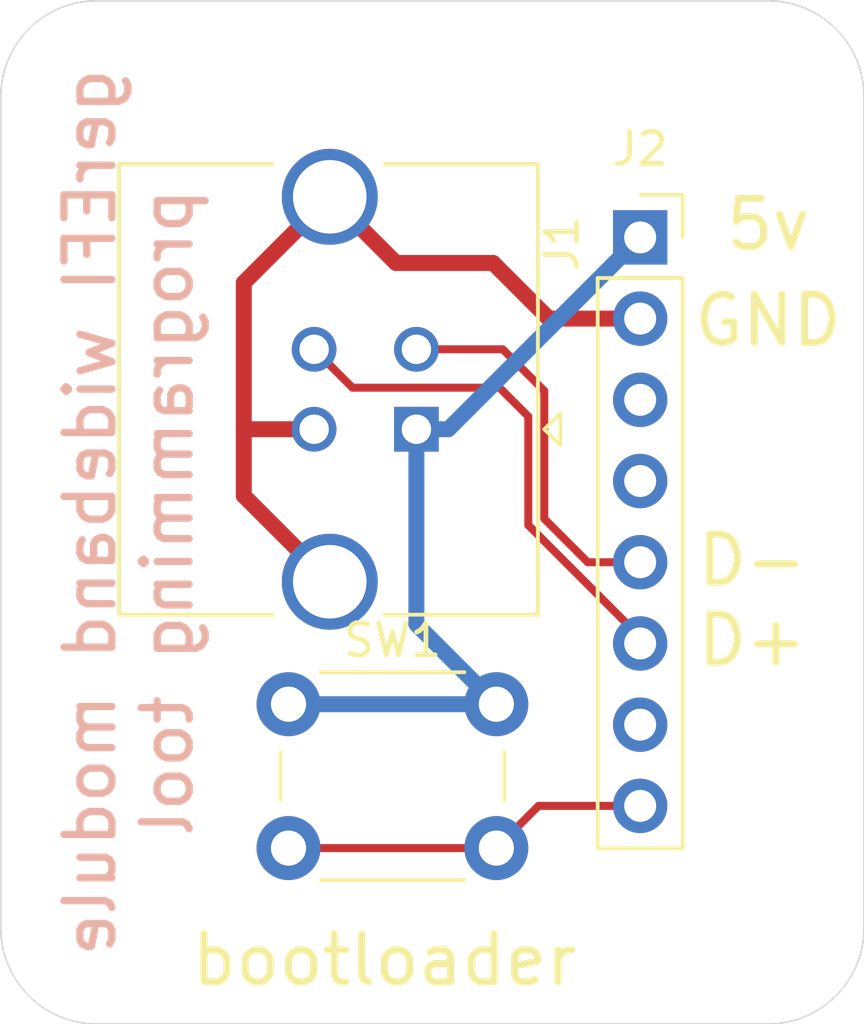
<source format=kicad_pcb>
(kicad_pcb (version 20171130) (host pcbnew "(5.1.5-0-10_14)")

  (general
    (thickness 1.6)
    (drawings 14)
    (tracks 28)
    (zones 0)
    (modules 3)
    (nets 9)
  )

  (page A4)
  (layers
    (0 F.Cu signal)
    (31 B.Cu signal)
    (32 B.Adhes user hide)
    (33 F.Adhes user hide)
    (34 B.Paste user hide)
    (35 F.Paste user hide)
    (36 B.SilkS user)
    (37 F.SilkS user)
    (38 B.Mask user hide)
    (39 F.Mask user hide)
    (40 Dwgs.User user hide)
    (41 Cmts.User user hide)
    (42 Eco1.User user hide)
    (43 Eco2.User user hide)
    (44 Edge.Cuts user)
    (45 Margin user)
    (46 B.CrtYd user)
    (47 F.CrtYd user)
    (48 B.Fab user hide)
    (49 F.Fab user hide)
  )

  (setup
    (last_trace_width 0.25)
    (user_trace_width 0.25)
    (user_trace_width 0.5)
    (user_trace_width 1)
    (trace_clearance 0.2)
    (zone_clearance 0.508)
    (zone_45_only no)
    (trace_min 0.2)
    (via_size 0.8)
    (via_drill 0.4)
    (via_min_size 0.4)
    (via_min_drill 0.3)
    (uvia_size 0.3)
    (uvia_drill 0.1)
    (uvias_allowed no)
    (uvia_min_size 0.2)
    (uvia_min_drill 0.1)
    (edge_width 0.05)
    (segment_width 0.2)
    (pcb_text_width 0.3)
    (pcb_text_size 1.5 1.5)
    (mod_edge_width 0.12)
    (mod_text_size 1 1)
    (mod_text_width 0.15)
    (pad_size 1.524 1.524)
    (pad_drill 0.762)
    (pad_to_mask_clearance 0.051)
    (solder_mask_min_width 0.25)
    (aux_axis_origin 0 0)
    (visible_elements FFFFFF7F)
    (pcbplotparams
      (layerselection 0x010fc_ffffffff)
      (usegerberextensions false)
      (usegerberattributes false)
      (usegerberadvancedattributes false)
      (creategerberjobfile false)
      (excludeedgelayer true)
      (linewidth 0.100000)
      (plotframeref false)
      (viasonmask false)
      (mode 1)
      (useauxorigin false)
      (hpglpennumber 1)
      (hpglpenspeed 20)
      (hpglpendiameter 15.000000)
      (psnegative false)
      (psa4output false)
      (plotreference true)
      (plotvalue true)
      (plotinvisibletext false)
      (padsonsilk false)
      (subtractmaskfromsilk false)
      (outputformat 1)
      (mirror false)
      (drillshape 0)
      (scaleselection 1)
      (outputdirectory "export/"))
  )

  (net 0 "")
  (net 1 "Net-(J1-Pad2)")
  (net 2 GND)
  (net 3 "Net-(J1-Pad1)")
  (net 4 "Net-(J1-Pad3)")
  (net 5 "Net-(J2-Pad8)")
  (net 6 "Net-(J2-Pad7)")
  (net 7 "Net-(J2-Pad4)")
  (net 8 "Net-(J2-Pad3)")

  (net_class Default "This is the default net class."
    (clearance 0.2)
    (trace_width 0.25)
    (via_dia 0.8)
    (via_drill 0.4)
    (uvia_dia 0.3)
    (uvia_drill 0.1)
    (add_net GND)
    (add_net "Net-(J1-Pad1)")
    (add_net "Net-(J1-Pad2)")
    (add_net "Net-(J1-Pad3)")
    (add_net "Net-(J2-Pad3)")
    (add_net "Net-(J2-Pad4)")
    (add_net "Net-(J2-Pad7)")
    (add_net "Net-(J2-Pad8)")
  )

  (module Button_Switch_THT:SW_PUSH_6mm (layer F.Cu) (tedit 5A02FE31) (tstamp 5FC6738B)
    (at 103 81)
    (descr https://www.omron.com/ecb/products/pdf/en-b3f.pdf)
    (tags "tact sw push 6mm")
    (path /5FC67930)
    (fp_text reference SW1 (at 3.25 -2) (layer F.SilkS)
      (effects (font (size 1 1) (thickness 0.15)))
    )
    (fp_text value SW_Push (at 3.75 6.7) (layer F.Fab)
      (effects (font (size 1 1) (thickness 0.15)))
    )
    (fp_circle (center 3.25 2.25) (end 1.25 2.5) (layer F.Fab) (width 0.1))
    (fp_line (start 6.75 3) (end 6.75 1.5) (layer F.SilkS) (width 0.12))
    (fp_line (start 5.5 -1) (end 1 -1) (layer F.SilkS) (width 0.12))
    (fp_line (start -0.25 1.5) (end -0.25 3) (layer F.SilkS) (width 0.12))
    (fp_line (start 1 5.5) (end 5.5 5.5) (layer F.SilkS) (width 0.12))
    (fp_line (start 8 -1.25) (end 8 5.75) (layer F.CrtYd) (width 0.05))
    (fp_line (start 7.75 6) (end -1.25 6) (layer F.CrtYd) (width 0.05))
    (fp_line (start -1.5 5.75) (end -1.5 -1.25) (layer F.CrtYd) (width 0.05))
    (fp_line (start -1.25 -1.5) (end 7.75 -1.5) (layer F.CrtYd) (width 0.05))
    (fp_line (start -1.5 6) (end -1.25 6) (layer F.CrtYd) (width 0.05))
    (fp_line (start -1.5 5.75) (end -1.5 6) (layer F.CrtYd) (width 0.05))
    (fp_line (start -1.5 -1.5) (end -1.25 -1.5) (layer F.CrtYd) (width 0.05))
    (fp_line (start -1.5 -1.25) (end -1.5 -1.5) (layer F.CrtYd) (width 0.05))
    (fp_line (start 8 -1.5) (end 8 -1.25) (layer F.CrtYd) (width 0.05))
    (fp_line (start 7.75 -1.5) (end 8 -1.5) (layer F.CrtYd) (width 0.05))
    (fp_line (start 8 6) (end 8 5.75) (layer F.CrtYd) (width 0.05))
    (fp_line (start 7.75 6) (end 8 6) (layer F.CrtYd) (width 0.05))
    (fp_line (start 0.25 -0.75) (end 3.25 -0.75) (layer F.Fab) (width 0.1))
    (fp_line (start 0.25 5.25) (end 0.25 -0.75) (layer F.Fab) (width 0.1))
    (fp_line (start 6.25 5.25) (end 0.25 5.25) (layer F.Fab) (width 0.1))
    (fp_line (start 6.25 -0.75) (end 6.25 5.25) (layer F.Fab) (width 0.1))
    (fp_line (start 3.25 -0.75) (end 6.25 -0.75) (layer F.Fab) (width 0.1))
    (fp_text user %R (at 3.25 2.25) (layer F.Fab)
      (effects (font (size 1 1) (thickness 0.15)))
    )
    (pad 1 thru_hole circle (at 6.5 0 90) (size 2 2) (drill 1.1) (layers *.Cu *.Mask)
      (net 3 "Net-(J1-Pad1)"))
    (pad 2 thru_hole circle (at 6.5 4.5 90) (size 2 2) (drill 1.1) (layers *.Cu *.Mask)
      (net 5 "Net-(J2-Pad8)"))
    (pad 1 thru_hole circle (at 0 0 90) (size 2 2) (drill 1.1) (layers *.Cu *.Mask)
      (net 3 "Net-(J1-Pad1)"))
    (pad 2 thru_hole circle (at 0 4.5 90) (size 2 2) (drill 1.1) (layers *.Cu *.Mask)
      (net 5 "Net-(J2-Pad8)"))
    (model ${KISYS3DMOD}/Button_Switch_THT.3dshapes/SW_PUSH_6mm.wrl
      (at (xyz 0 0 0))
      (scale (xyz 1 1 1))
      (rotate (xyz 0 0 0))
    )
  )

  (module Connector_PinSocket_2.54mm:PinSocket_1x08_P2.54mm_Vertical (layer F.Cu) (tedit 5A19A420) (tstamp 5FC671F0)
    (at 114 66.4)
    (descr "Through hole straight socket strip, 1x08, 2.54mm pitch, single row (from Kicad 4.0.7), script generated")
    (tags "Through hole socket strip THT 1x08 2.54mm single row")
    (path /5FC61831)
    (fp_text reference J2 (at 0 -2.77) (layer F.SilkS)
      (effects (font (size 1 1) (thickness 0.15)))
    )
    (fp_text value Conn_01x08 (at 0 20.55) (layer F.Fab)
      (effects (font (size 1 1) (thickness 0.15)))
    )
    (fp_text user %R (at 0 8.89 90) (layer F.Fab)
      (effects (font (size 1 1) (thickness 0.15)))
    )
    (fp_line (start -1.8 19.55) (end -1.8 -1.8) (layer F.CrtYd) (width 0.05))
    (fp_line (start 1.75 19.55) (end -1.8 19.55) (layer F.CrtYd) (width 0.05))
    (fp_line (start 1.75 -1.8) (end 1.75 19.55) (layer F.CrtYd) (width 0.05))
    (fp_line (start -1.8 -1.8) (end 1.75 -1.8) (layer F.CrtYd) (width 0.05))
    (fp_line (start 0 -1.33) (end 1.33 -1.33) (layer F.SilkS) (width 0.12))
    (fp_line (start 1.33 -1.33) (end 1.33 0) (layer F.SilkS) (width 0.12))
    (fp_line (start 1.33 1.27) (end 1.33 19.11) (layer F.SilkS) (width 0.12))
    (fp_line (start -1.33 19.11) (end 1.33 19.11) (layer F.SilkS) (width 0.12))
    (fp_line (start -1.33 1.27) (end -1.33 19.11) (layer F.SilkS) (width 0.12))
    (fp_line (start -1.33 1.27) (end 1.33 1.27) (layer F.SilkS) (width 0.12))
    (fp_line (start -1.27 19.05) (end -1.27 -1.27) (layer F.Fab) (width 0.1))
    (fp_line (start 1.27 19.05) (end -1.27 19.05) (layer F.Fab) (width 0.1))
    (fp_line (start 1.27 -0.635) (end 1.27 19.05) (layer F.Fab) (width 0.1))
    (fp_line (start 0.635 -1.27) (end 1.27 -0.635) (layer F.Fab) (width 0.1))
    (fp_line (start -1.27 -1.27) (end 0.635 -1.27) (layer F.Fab) (width 0.1))
    (pad 8 thru_hole oval (at 0 17.78) (size 1.7 1.7) (drill 1) (layers *.Cu *.Mask)
      (net 5 "Net-(J2-Pad8)"))
    (pad 7 thru_hole oval (at 0 15.24) (size 1.7 1.7) (drill 1) (layers *.Cu *.Mask)
      (net 6 "Net-(J2-Pad7)"))
    (pad 6 thru_hole oval (at 0 12.7) (size 1.7 1.7) (drill 1) (layers *.Cu *.Mask)
      (net 4 "Net-(J1-Pad3)"))
    (pad 5 thru_hole oval (at 0 10.16) (size 1.7 1.7) (drill 1) (layers *.Cu *.Mask)
      (net 1 "Net-(J1-Pad2)"))
    (pad 4 thru_hole oval (at 0 7.62) (size 1.7 1.7) (drill 1) (layers *.Cu *.Mask)
      (net 7 "Net-(J2-Pad4)"))
    (pad 3 thru_hole oval (at 0 5.08) (size 1.7 1.7) (drill 1) (layers *.Cu *.Mask)
      (net 8 "Net-(J2-Pad3)"))
    (pad 2 thru_hole oval (at 0 2.54) (size 1.7 1.7) (drill 1) (layers *.Cu *.Mask)
      (net 2 GND))
    (pad 1 thru_hole rect (at 0 0) (size 1.7 1.7) (drill 1) (layers *.Cu *.Mask)
      (net 3 "Net-(J1-Pad1)"))
    (model ${KISYS3DMOD}/Connector_PinSocket_2.54mm.3dshapes/PinSocket_1x08_P2.54mm_Vertical.wrl
      (at (xyz 0 0 0))
      (scale (xyz 1 1 1))
      (rotate (xyz 0 0 0))
    )
  )

  (module Connector_USB:USB_B_TE_5787834_Vertical (layer F.Cu) (tedit 5A23F084) (tstamp 5FC66EC5)
    (at 107 72.4 270)
    (descr http://www.mouser.com/ds/2/418/NG_CD_5787834_A4-669110.pdf)
    (tags "USB_B USB B vertical female connector")
    (path /5FC62D25)
    (fp_text reference J1 (at -5.8 -4.55 90) (layer F.SilkS)
      (effects (font (size 1 1) (thickness 0.15)))
    )
    (fp_text value USB_B (at -1.25 10.25 90) (layer F.Fab)
      (effects (font (size 1 1) (thickness 0.15)))
    )
    (fp_line (start 6.5 9.5) (end -9 9.5) (layer F.CrtYd) (width 0.05))
    (fp_line (start 6.5 9.5) (end 6.5 -4) (layer F.CrtYd) (width 0.05))
    (fp_line (start -9 -4) (end -9 9.5) (layer F.CrtYd) (width 0.05))
    (fp_line (start -9 -4) (end 6.5 -4) (layer F.CrtYd) (width 0.05))
    (fp_line (start -8.25 9.25) (end -8.25 -3.75) (layer F.Fab) (width 0.1))
    (fp_line (start 5.75 9.25) (end -8.25 9.25) (layer F.Fab) (width 0.1))
    (fp_line (start 5.75 -3) (end 5.75 9.25) (layer F.Fab) (width 0.1))
    (fp_line (start -8.25 -3.75) (end 5 -3.75) (layer F.Fab) (width 0.1))
    (fp_line (start 5 -3.75) (end 5.75 -3) (layer F.Fab) (width 0.1))
    (fp_line (start 0 -4) (end 0.5 -4.5) (layer F.SilkS) (width 0.12))
    (fp_line (start 0.5 -4.5) (end -0.5 -4.5) (layer F.SilkS) (width 0.12))
    (fp_line (start -0.5 -4.5) (end 0 -4) (layer F.SilkS) (width 0.12))
    (fp_line (start -8.3 -3.8) (end 5.8 -3.8) (layer F.SilkS) (width 0.12))
    (fp_line (start 5.8 -3.8) (end 5.8 1) (layer F.SilkS) (width 0.12))
    (fp_line (start 5.8 4.5) (end 5.8 9.3) (layer F.SilkS) (width 0.12))
    (fp_line (start 5.8 9.3) (end -8.3 9.3) (layer F.SilkS) (width 0.12))
    (fp_line (start -8.3 9.3) (end -8.3 4.5) (layer F.SilkS) (width 0.12))
    (fp_line (start -8.3 1) (end -8.3 -3.8) (layer F.SilkS) (width 0.12))
    (fp_text user %R (at -1.2 6.4 90) (layer F.Fab)
      (effects (font (size 1 1) (thickness 0.15)))
    )
    (pad 2 thru_hole circle (at -2.5 0 270) (size 1.4 1.4) (drill 0.92) (layers *.Cu *.Mask)
      (net 1 "Net-(J1-Pad2)"))
    (pad 5 thru_hole circle (at -7.27 2.71 270) (size 3 3) (drill 2.3) (layers *.Cu *.Mask)
      (net 2 GND))
    (pad 1 thru_hole rect (at 0 0 270) (size 1.4 1.4) (drill 0.92) (layers *.Cu *.Mask)
      (net 3 "Net-(J1-Pad1)"))
    (pad 3 thru_hole circle (at -2.5 3.2 270) (size 1.4 1.4) (drill 0.92) (layers *.Cu *.Mask)
      (net 4 "Net-(J1-Pad3)"))
    (pad 4 thru_hole circle (at 0 3.2 270) (size 1.4 1.4) (drill 0.92) (layers *.Cu *.Mask)
      (net 2 GND))
    (pad 5 thru_hole circle (at 4.77 2.71 270) (size 3 3) (drill 2.3) (layers *.Cu *.Mask)
      (net 2 GND))
    (model ${KISYS3DMOD}/Connector_USB.3dshapes/USB_B_TE_5787834_Vertical.wrl
      (at (xyz 0 0 0))
      (scale (xyz 1 1 1))
      (rotate (xyz 0 0 0))
    )
  )

  (gr_arc (start 97 62) (end 97 59) (angle -90) (layer Edge.Cuts) (width 0.05))
  (gr_arc (start 97 88) (end 94 88) (angle -90) (layer Edge.Cuts) (width 0.05))
  (gr_arc (start 118 88) (end 118 91) (angle -90) (layer Edge.Cuts) (width 0.05))
  (gr_arc (start 118 62) (end 121 62) (angle -90) (layer Edge.Cuts) (width 0.05))
  (gr_text D+ (at 117.5 79) (layer F.SilkS) (tstamp 5FC674D1)
    (effects (font (size 1.5 1.5) (thickness 0.22)))
  )
  (gr_text D- (at 117.5 76.5) (layer F.SilkS) (tstamp 5FC674CF)
    (effects (font (size 1.5 1.5) (thickness 0.22)))
  )
  (gr_text GND (at 118 69) (layer F.SilkS) (tstamp 5FC674CB)
    (effects (font (size 1.5 1.5) (thickness 0.22)))
  )
  (gr_text "gerEFI wideband module\nprogramming tool" (at 98 75 90) (layer B.SilkS)
    (effects (font (size 1.5 1.5) (thickness 0.23)) (justify mirror))
  )
  (gr_text bootloader (at 106 89) (layer F.SilkS)
    (effects (font (size 1.5 1.5) (thickness 0.22)))
  )
  (gr_text 5v (at 118 66) (layer F.SilkS)
    (effects (font (size 1.5 1.5) (thickness 0.22)))
  )
  (gr_line (start 94 88) (end 94 62) (layer Edge.Cuts) (width 0.05) (tstamp 5FC6743C))
  (gr_line (start 118 91) (end 97 91) (layer Edge.Cuts) (width 0.05))
  (gr_line (start 121 62) (end 121 88) (layer Edge.Cuts) (width 0.05))
  (gr_line (start 97 59) (end 118 59) (layer Edge.Cuts) (width 0.05))

  (segment (start 107 69.9) (end 109.7 69.9) (width 0.25) (layer F.Cu) (net 1))
  (segment (start 109.7 69.9) (end 111 71.2) (width 0.25) (layer F.Cu) (net 1))
  (segment (start 111 71.2) (end 111 75.2) (width 0.25) (layer F.Cu) (net 1))
  (segment (start 112.36 76.56) (end 114 76.56) (width 0.25) (layer F.Cu) (net 1))
  (segment (start 111 75.2) (end 112.36 76.56) (width 0.25) (layer F.Cu) (net 1))
  (segment (start 104.29 65.13) (end 106.36 67.2) (width 0.5) (layer F.Cu) (net 2))
  (segment (start 106.36 67.2) (end 109.4 67.2) (width 0.5) (layer F.Cu) (net 2))
  (segment (start 111.14 68.94) (end 114 68.94) (width 0.5) (layer F.Cu) (net 2))
  (segment (start 109.4 67.2) (end 111.14 68.94) (width 0.5) (layer F.Cu) (net 2))
  (segment (start 104.29 65.13) (end 101.6 67.82) (width 0.5) (layer F.Cu) (net 2))
  (segment (start 101.6 74.48) (end 104.29 77.17) (width 0.5) (layer F.Cu) (net 2))
  (segment (start 101.6 72.4) (end 101.6 74.48) (width 0.5) (layer F.Cu) (net 2))
  (segment (start 103.8 72.4) (end 101.6 72.4) (width 0.5) (layer F.Cu) (net 2))
  (segment (start 101.6 67.82) (end 101.6 72.4) (width 0.5) (layer F.Cu) (net 2))
  (segment (start 108 72.4) (end 114 66.4) (width 0.5) (layer B.Cu) (net 3))
  (segment (start 107 72.4) (end 108 72.4) (width 0.5) (layer B.Cu) (net 3))
  (segment (start 107 78.5) (end 109.5 81) (width 0.5) (layer B.Cu) (net 3))
  (segment (start 107 72.4) (end 107 78.5) (width 0.5) (layer B.Cu) (net 3))
  (segment (start 103 81) (end 109.5 81) (width 0.5) (layer B.Cu) (net 3))
  (segment (start 103.8 69.9) (end 105 71.1) (width 0.25) (layer F.Cu) (net 4))
  (segment (start 110.5 75.4) (end 114 78.9) (width 0.25) (layer F.Cu) (net 4))
  (segment (start 110.5 72) (end 110.5 75.4) (width 0.25) (layer F.Cu) (net 4))
  (segment (start 109.6 71.1) (end 110.5 72) (width 0.25) (layer F.Cu) (net 4))
  (segment (start 114 78.9) (end 114 79.1) (width 0.25) (layer F.Cu) (net 4))
  (segment (start 105 71.1) (end 109.6 71.1) (width 0.25) (layer F.Cu) (net 4))
  (segment (start 103 85.5) (end 109.5 85.5) (width 0.25) (layer F.Cu) (net 5))
  (segment (start 110.82 84.18) (end 114 84.18) (width 0.25) (layer F.Cu) (net 5))
  (segment (start 109.5 85.5) (end 110.82 84.18) (width 0.25) (layer F.Cu) (net 5))

)

</source>
